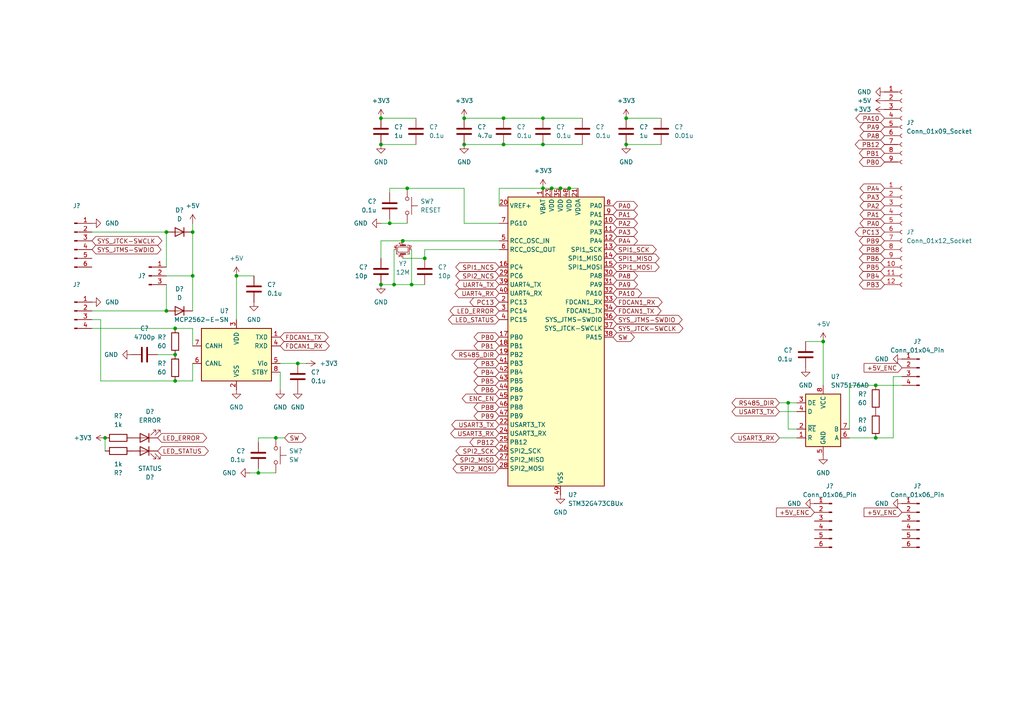
<source format=kicad_sch>
(kicad_sch (version 20231120) (generator "eeschema") (generator_version "8.0")
  (paper "A4")
  (lib_symbols
    (symbol "Connector:Conn_01x03_Pin" (pin_names (offset 1.016) hide)
      (property "Reference" "J" (at 0 5.08 0))
      (property "Value" "Conn_01x03_Pin" (at 0 -5.08 0))
      (symbol "Conn_01x03_Pin_1_1"
        (pin passive line (at 5.08 2.54 180) (length 3.81) (name "Pin_1") (number "1"))
        (pin passive line (at 5.08 0 180) (length 3.81) (name "Pin_2") (number "2"))
        (pin passive line (at 5.08 -2.54 180) (length 3.81) (name "Pin_3") (number "3"))
      )
    )
    (symbol "Connector:Conn_01x04_Pin" (pin_names (offset 1.016) hide)
      (property "Reference" "J" (at 0 5.08 0))
      (property "Value" "Conn_01x04_Pin" (at 0 -7.62 0))
      (symbol "Conn_01x04_Pin_1_1"
        (pin passive line (at 5.08 2.54 180) (length 3.81) (name "Pin_1") (number "1"))
        (pin passive line (at 5.08 0 180) (length 3.81) (name "Pin_2") (number "2"))
        (pin passive line (at 5.08 -2.54 180) (length 3.81) (name "Pin_3") (number "3"))
        (pin passive line (at 5.08 -5.08 180) (length 3.81) (name "Pin_4") (number "4"))
      )
    )
    (symbol "Connector:Conn_01x06_Pin" (pin_names (offset 1.016) hide)
      (property "Reference" "J" (at 0 7.62 0))
      (property "Value" "Conn_01x06_Pin" (at 0 -10.16 0))
      (symbol "Conn_01x06_Pin_1_1"
        (pin passive line (at 5.08 5.08 180) (length 3.81) (name "Pin_1") (number "1"))
        (pin passive line (at 5.08 2.54 180) (length 3.81) (name "Pin_2") (number "2"))
        (pin passive line (at 5.08 0 180) (length 3.81) (name "Pin_3") (number "3"))
        (pin passive line (at 5.08 -2.54 180) (length 3.81) (name "Pin_4") (number "4"))
        (pin passive line (at 5.08 -5.08 180) (length 3.81) (name "Pin_5") (number "5"))
        (pin passive line (at 5.08 -7.62 180) (length 3.81) (name "Pin_6") (number "6"))
      )
    )
    (symbol "Connector:Conn_01x09_Socket" (pin_names (offset 1.016) hide)
      (property "Reference" "J" (at 0 12.7 0))
      (property "Value" "Conn_01x09_Socket" (at 0 -12.7 0))
      (symbol "Conn_01x09_Socket_1_1"
        (pin passive line (at -5.08 10.16 0) (length 3.81) (name "Pin_1") (number "1"))
        (pin passive line (at -5.08 7.62 0) (length 3.81) (name "Pin_2") (number "2"))
        (pin passive line (at -5.08 5.08 0) (length 3.81) (name "Pin_3") (number "3"))
        (pin passive line (at -5.08 2.54 0) (length 3.81) (name "Pin_4") (number "4"))
        (pin passive line (at -5.08 0 0) (length 3.81) (name "Pin_5") (number "5"))
        (pin passive line (at -5.08 -2.54 0) (length 3.81) (name "Pin_6") (number "6"))
        (pin passive line (at -5.08 -5.08 0) (length 3.81) (name "Pin_7") (number "7"))
        (pin passive line (at -5.08 -7.62 0) (length 3.81) (name "Pin_8") (number "8"))
        (pin passive line (at -5.08 -10.16 0) (length 3.81) (name "Pin_9") (number "9"))
      )
    )
    (symbol "Connector:Conn_01x12_Socket" (pin_names (offset 1.016) hide)
      (property "Reference" "J" (at 0 15.24 0))
      (property "Value" "Conn_01x12_Socket" (at 0 -17.78 0))
      (symbol "Conn_01x12_Socket_1_1"
        (pin passive line (at -5.08 12.7 0) (length 3.81) (name "Pin_1") (number "1"))
        (pin passive line (at -5.08 -10.16 0) (length 3.81) (name "Pin_10") (number "10"))
        (pin passive line (at -5.08 -12.7 0) (length 3.81) (name "Pin_11") (number "11"))
        (pin passive line (at -5.08 -15.24 0) (length 3.81) (name "Pin_12") (number "12"))
        (pin passive line (at -5.08 10.16 0) (length 3.81) (name "Pin_2") (number "2"))
        (pin passive line (at -5.08 7.62 0) (length 3.81) (name "Pin_3") (number "3"))
        (pin passive line (at -5.08 5.08 0) (length 3.81) (name "Pin_4") (number "4"))
        (pin passive line (at -5.08 2.54 0) (length 3.81) (name "Pin_5") (number "5"))
        (pin passive line (at -5.08 0 0) (length 3.81) (name "Pin_6") (number "6"))
        (pin passive line (at -5.08 -2.54 0) (length 3.81) (name "Pin_7") (number "7"))
        (pin passive line (at -5.08 -5.08 0) (length 3.81) (name "Pin_8") (number "8"))
        (pin passive line (at -5.08 -7.62 0) (length 3.81) (name "Pin_9") (number "9"))
      )
    )
    (symbol "Device:C" (pin_numbers hide) (pin_names (offset 0.254))
      (property "Reference" "C" (at 0.635 2.54 0))
      (property "Value" "C" (at 0.635 -2.54 0))
      (symbol "C_1_1"
        (pin passive line (at 0 3.81 270) (length 2.794) (name "~") (number "1"))
        (pin passive line (at 0 -3.81 90) (length 2.794) (name "~") (number "2"))
      )
    )
    (symbol "Device:Crystal_GND24_Small" (pin_names (offset 1.016) hide)
      (property "Reference" "Y" (at 1.27 4.445 0))
      (property "Value" "Crystal_GND24_Small" (at 1.27 2.54 0))
      (symbol "Crystal_GND24_Small_1_1"
        (pin passive line (at -2.54 0 0) (length 1.27) (name "1") (number "1"))
        (pin passive line (at 0 -2.54 90) (length 0.635) (name "2") (number "2"))
        (pin passive line (at 2.54 0 180) (length 1.27) (name "3") (number "3"))
        (pin passive line (at 0 2.54 270) (length 0.635) (name "4") (number "4"))
      )
    )
    (symbol "Device:D" (pin_numbers hide) (pin_names (offset 1.016) hide)
      (property "Reference" "D" (at 0 2.54 0))
      (property "Value" "D" (at 0 -2.54 0))
      (symbol "D_1_1"
        (pin passive line (at -3.81 0 0) (length 2.54) (name "K") (number "1"))
        (pin passive line (at 3.81 0 180) (length 2.54) (name "A") (number "2"))
      )
    )
    (symbol "Device:LED" (pin_numbers hide) (pin_names (offset 1.016) hide)
      (property "Reference" "D" (at 0 2.54 0))
      (property "Value" "LED" (at 0 -2.54 0))
      (symbol "LED_1_1"
        (pin passive line (at -3.81 0 0) (length 2.54) (name "K") (number "1"))
        (pin passive line (at 3.81 0 180) (length 2.54) (name "A") (number "2"))
      )
    )
    (symbol "Device:R" (pin_numbers hide) (pin_names (offset 0))
      (property "Reference" "R" (at 2.032 0 90))
      (property "Value" "R" (at 0 0 90))
      (symbol "R_1_1"
        (pin passive line (at 0 3.81 270) (length 1.27) (name "~") (number "1"))
        (pin passive line (at 0 -3.81 90) (length 1.27) (name "~") (number "2"))
      )
    )
    (symbol "Interface_CAN_LIN:MCP2562-E-SN" (pin_names (offset 1.016))
      (property "Reference" "U" (at -10.16 8.89 0))
      (property "Value" "MCP2562-E-SN" (at 2.54 8.89 0))
      (symbol "MCP2562-E-SN_1_1"
        (pin input line (at -12.7 5.08 0) (length 2.54) (name "TXD") (number "1"))
        (pin power_in line (at 0 -10.16 90) (length 2.54) (name "VSS") (number "2"))
        (pin power_in line (at 0 10.16 270) (length 2.54) (name "VDD") (number "3"))
        (pin output line (at -12.7 2.54 0) (length 2.54) (name "RXD") (number "4"))
        (pin power_in line (at -12.7 -2.54 0) (length 2.54) (name "Vio") (number "5"))
        (pin bidirectional line (at 12.7 -2.54 180) (length 2.54) (name "CANL") (number "6"))
        (pin bidirectional line (at 12.7 2.54 180) (length 2.54) (name "CANH") (number "7"))
        (pin input line (at -12.7 -5.08 0) (length 2.54) (name "STBY") (number "8"))
      )
    )
    (symbol "Interface_UART:SN75176AD"
      (property "Reference" "U" (at -4.318 8.89 0))
      (property "Value" "SN75176AD" (at 1.016 8.89 0))
      (symbol "SN75176AD_1_1"
        (pin output line (at -7.62 -5.08 0) (length 2.54) (name "R") (number "1"))
        (pin input line (at -7.62 -2.54 0) (length 2.54) (name "~{RE}") (number "2"))
        (pin input line (at -7.62 5.08 0) (length 2.54) (name "DE") (number "3"))
        (pin input line (at -7.62 2.54 0) (length 2.54) (name "D") (number "4"))
        (pin power_in line (at 0 -10.16 90) (length 2.54) (name "GND") (number "5"))
        (pin bidirectional line (at 7.62 -5.08 180) (length 2.54) (name "A") (number "6"))
        (pin bidirectional line (at 7.62 -2.54 180) (length 2.54) (name "B") (number "7"))
        (pin power_in line (at 0 10.16 270) (length 2.54) (name "VCC") (number "8"))
      )
    )
    (symbol "MCU_ST_STM32G4:STM32G473CBUx"
      (property "Reference" "U" (at -12.7 44.45 0))
      (property "Value" "STM32G473CBUx" (at 10.16 44.45 0))
      (symbol "STM32G473CBUx_1_1"
        (pin power_in line (at -2.54 45.72 270) (length 2.54) (name "VBAT") (number "1"))
        (pin bidirectional line (at 17.78 35.56 180) (length 2.54) (name "PA2") (number "10"))
        (pin bidirectional line (at 17.78 33.02 180) (length 2.54) (name "PA3") (number "11"))
        (pin bidirectional line (at 17.78 30.48 180) (length 2.54) (name "PA4") (number "12"))
        (pin bidirectional line (at 17.78 27.94 180) (length 2.54) (name "PA5") (number "13") (alternate "SPI1_SCK" bidirectional line))
        (pin bidirectional line (at 17.78 25.4 180) (length 2.54) (name "PA6") (number "14") (alternate "SPI1_MISO" bidirectional line))
        (pin bidirectional line (at 17.78 22.86 180) (length 2.54) (name "PA7") (number "15") (alternate "SPI1_MOSI" bidirectional line))
        (pin bidirectional line (at -15.24 22.86 0) (length 2.54) (name "PC4") (number "16"))
        (pin bidirectional line (at -15.24 2.54 0) (length 2.54) (name "PB0") (number "17"))
        (pin bidirectional line (at -15.24 0 0) (length 2.54) (name "PB1") (number "18"))
        (pin bidirectional line (at -15.24 -2.54 0) (length 2.54) (name "PB2") (number "19"))
        (pin bidirectional line (at -15.24 12.7 0) (length 2.54) (name "PC13") (number "2"))
        (pin input line (at -15.24 40.64 0) (length 2.54) (name "VREF+") (number "20"))
        (pin power_in line (at 7.62 45.72 270) (length 2.54) (name "VDDA") (number "21"))
        (pin bidirectional line (at -15.24 -22.86 0) (length 2.54) (name "PB10") (number "22") (alternate "USART3_TX" bidirectional line))
        (pin power_in line (at 0 45.72 270) (length 2.54) (name "VDD") (number "23"))
        (pin bidirectional line (at -15.24 -25.4 0) (length 2.54) (name "PB11") (number "24") (alternate "USART3_RX" bidirectional line))
        (pin bidirectional line (at -15.24 -27.94 0) (length 2.54) (name "PB12") (number "25"))
        (pin bidirectional line (at -15.24 -30.48 0) (length 2.54) (name "PB13") (number "26") (alternate "SPI2_SCK" bidirectional line))
        (pin bidirectional line (at -15.24 -33.02 0) (length 2.54) (name "PB14") (number "27") (alternate "SPI2_MISO" bidirectional line))
        (pin bidirectional line (at -15.24 -35.56 0) (length 2.54) (name "PB15") (number "28") (alternate "SPI2_MOSI" bidirectional line))
        (pin bidirectional line (at -15.24 20.32 0) (length 2.54) (name "PC6") (number "29"))
        (pin bidirectional line (at -15.24 10.16 0) (length 2.54) (name "PC14") (number "3"))
        (pin bidirectional line (at 17.78 20.32 180) (length 2.54) (name "PA8") (number "30"))
        (pin bidirectional line (at 17.78 17.78 180) (length 2.54) (name "PA9") (number "31"))
        (pin bidirectional line (at 17.78 15.24 180) (length 2.54) (name "PA10") (number "32") (alternate "SPI2_MISO" bidirectional line))
        (pin bidirectional line (at 17.78 12.7 180) (length 2.54) (name "PA11") (number "33") (alternate "FDCAN1_RX" bidirectional line) (alternate "SPI2_MOSI" bidirectional line))
        (pin bidirectional line (at 17.78 10.16 180) (length 2.54) (name "PA12") (number "34") (alternate "FDCAN1_TX" bidirectional line))
        (pin power_in line (at 2.54 45.72 270) (length 2.54) (name "VDD") (number "35"))
        (pin bidirectional line (at 17.78 7.62 180) (length 2.54) (name "PA13") (number "36") (alternate "SYS_JTMS-SWDIO" bidirectional line))
        (pin bidirectional line (at 17.78 5.08 180) (length 2.54) (name "PA14") (number "37") (alternate "SYS_JTCK-SWCLK" bidirectional line))
        (pin bidirectional line (at 17.78 2.54 180) (length 2.54) (name "PA15") (number "38"))
        (pin bidirectional line (at -15.24 17.78 0) (length 2.54) (name "PC10") (number "39") (alternate "UART4_TX" bidirectional line) (alternate "USART3_TX" bidirectional line))
        (pin bidirectional line (at -15.24 7.62 0) (length 2.54) (name "PC15") (number "4"))
        (pin bidirectional line (at -15.24 15.24 0) (length 2.54) (name "PC11") (number "40") (alternate "UART4_RX" bidirectional line) (alternate "USART3_RX" bidirectional line))
        (pin bidirectional line (at -15.24 -5.08 0) (length 2.54) (name "PB3") (number "41") (alternate "SPI1_SCK" bidirectional line))
        (pin bidirectional line (at -15.24 -7.62 0) (length 2.54) (name "PB4") (number "42") (alternate "SPI1_MISO" bidirectional line))
        (pin bidirectional line (at -15.24 -10.16 0) (length 2.54) (name "PB5") (number "43") (alternate "SPI1_MOSI" bidirectional line))
        (pin bidirectional line (at -15.24 -12.7 0) (length 2.54) (name "PB6") (number "44"))
        (pin bidirectional line (at -15.24 -15.24 0) (length 2.54) (name "PB7") (number "45"))
        (pin bidirectional line (at -15.24 -17.78 0) (length 2.54) (name "PB8") (number "46") (alternate "FDCAN1_RX" bidirectional line) (alternate "USART3_RX" bidirectional line))
        (pin bidirectional line (at -15.24 -20.32 0) (length 2.54) (name "PB9") (number "47") (alternate "FDCAN1_TX" bidirectional line) (alternate "USART3_TX" bidirectional line))
        (pin power_in line (at 5.08 45.72 270) (length 2.54) (name "VDD") (number "48"))
        (pin power_in line (at 2.54 -43.18 90) (length 2.54) (name "VSS") (number "49"))
        (pin bidirectional line (at -15.24 30.48 0) (length 2.54) (name "PF0") (number "5") (alternate "RCC_OSC_IN" bidirectional line))
        (pin bidirectional line (at -15.24 27.94 0) (length 2.54) (name "PF1") (number "6") (alternate "RCC_OSC_OUT" bidirectional line) (alternate "SPI2_SCK" bidirectional line))
        (pin bidirectional line (at -15.24 35.56 0) (length 2.54) (name "PG10") (number "7"))
        (pin bidirectional line (at 17.78 40.64 180) (length 2.54) (name "PA0") (number "8"))
        (pin bidirectional line (at 17.78 38.1 180) (length 2.54) (name "PA1") (number "9"))
      )
    )
    (symbol "Switch:SW_Push" (pin_numbers hide) (pin_names (offset 1.016) hide)
      (property "Reference" "SW" (at 1.27 2.54 0))
      (property "Value" "SW_Push" (at 0 -1.524 0))
      (symbol "SW_Push_0_1"
        (pin passive line (at -5.08 0 0) (length 2.54) (name "1") (number "1"))
        (pin passive line (at 5.08 0 180) (length 2.54) (name "2") (number "2"))
      )
    )
    (symbol "power:+3V3" (power) (pin_numbers hide) (pin_names (offset 0) hide)
      (property "Value" "+3V3" (at 0 3.556 0))
      (symbol "+3V3_1_1"
        (pin power_in line (at 0 0 90) (length 0) (name "~") (number "1"))
      )
    )
    (symbol "power:+5V" (power) (pin_numbers hide) (pin_names (offset 0) hide)
      (property "Value" "+5V" (at 0 3.556 0))
      (symbol "+5V_1_1"
        (pin power_in line (at 0 0 90) (length 0) (name "~") (number "1"))
      )
    )
    (symbol "power:GND" (power) (pin_numbers hide) (pin_names (offset 0) hide)
      (property "Value" "GND" (at 0 -3.81 0))
      (symbol "GND_1_1"
        (pin power_in line (at 0 0 270) (length 0) (name "~") (number "1"))
      )
    )
  )
  (junction (at 165.1 54.61))
  (junction (at 157.48 34.29))
  (junction (at 50.8 102.87))
  (junction (at 123.19 74.93))
  (junction (at 160.02 54.61))
  (junction (at 254 127))
  (junction (at 157.48 54.61))
  (junction (at 55.88 80.01))
  (junction (at 181.61 41.91))
  (junction (at 110.49 41.91))
  (junction (at 146.05 34.29))
  (junction (at 50.8 95.25))
  (junction (at 114.3 82.55))
  (junction (at 146.05 41.91))
  (junction (at 238.76 99.06))
  (junction (at 119.38 82.55))
  (junction (at 110.49 82.55))
  (junction (at 134.62 34.29))
  (junction (at 134.62 41.91))
  (junction (at 113.03 64.77))
  (junction (at 157.48 41.91))
  (junction (at 118.11 54.61))
  (junction (at 50.8 110.49))
  (junction (at 86.36 105.41))
  (junction (at 30.48 127))
  (junction (at 254 111.76))
  (junction (at 116.84 69.85))
  (junction (at 228.6 116.84))
  (junction (at 68.58 80.01))
  (junction (at 181.61 34.29))
  (junction (at 110.49 34.29))
  (junction (at 55.88 67.31))
  (junction (at 80.01 127))
  (junction (at 162.56 54.61))
  (junction (at 48.26 67.31))
  (junction (at 74.93 137.16))
  (junction (at 48.26 90.17))
  (wire (pts (xy 246.38 127) (xy 254 127)))
  (wire (pts (xy 157.48 34.29) (xy 168.91 34.29)))
  (wire (pts (xy 134.62 41.91) (xy 146.05 41.91)))
  (wire (pts (xy 113.03 63.5) (xy 113.03 64.77)))
  (wire (pts (xy 114.3 72.39) (xy 114.3 82.55)))
  (wire (pts (xy 231.14 124.46) (xy 228.6 124.46)))
  (wire (pts (xy 181.61 41.91) (xy 191.77 41.91)))
  (wire (pts (xy 119.38 82.55) (xy 123.19 82.55)))
  (wire (pts (xy 226.06 116.84) (xy 228.6 116.84)))
  (wire (pts (xy 110.49 74.93) (xy 110.49 69.85)))
  (wire (pts (xy 81.28 113.03) (xy 81.28 107.95)))
  (wire (pts (xy 254 111.76) (xy 261.62 111.76)))
  (wire (pts (xy 74.93 128.27) (xy 74.93 127)))
  (wire (pts (xy 157.48 54.61) (xy 160.02 54.61)))
  (wire (pts (xy 116.84 69.85) (xy 144.78 69.85)))
  (wire (pts (xy 55.88 110.49) (xy 50.8 110.49)))
  (wire (pts (xy 181.61 34.29) (xy 191.77 34.29)))
  (wire (pts (xy 259.08 127) (xy 259.08 109.22)))
  (wire (pts (xy 233.68 99.06) (xy 238.76 99.06)))
  (wire (pts (xy 48.26 82.55) (xy 48.26 90.17)))
  (wire (pts (xy 113.03 64.77) (xy 118.11 64.77)))
  (wire (pts (xy 80.01 127) (xy 82.55 127)))
  (wire (pts (xy 29.21 110.49) (xy 29.21 92.71)))
  (wire (pts (xy 55.88 105.41) (xy 55.88 110.49)))
  (wire (pts (xy 246.38 124.46) (xy 246.38 111.76)))
  (wire (pts (xy 110.49 41.91) (xy 120.65 41.91)))
  (wire (pts (xy 119.38 72.39) (xy 119.38 82.55)))
  (wire (pts (xy 55.88 95.25) (xy 50.8 95.25)))
  (wire (pts (xy 144.78 54.61) (xy 157.48 54.61)))
  (wire (pts (xy 228.6 116.84) (xy 231.14 116.84)))
  (wire (pts (xy 74.93 137.16) (xy 80.01 137.16)))
  (wire (pts (xy 72.39 137.16) (xy 74.93 137.16)))
  (wire (pts (xy 110.49 64.77) (xy 113.03 64.77)))
  (wire (pts (xy 68.58 80.01) (xy 68.58 92.71)))
  (wire (pts (xy 123.19 72.39) (xy 123.19 74.93)))
  (wire (pts (xy 238.76 99.06) (xy 238.76 111.76)))
  (wire (pts (xy 162.56 54.61) (xy 165.1 54.61)))
  (wire (pts (xy 30.48 127) (xy 30.48 130.81)))
  (wire (pts (xy 55.88 80.01) (xy 55.88 90.17)))
  (wire (pts (xy 88.9 105.41) (xy 86.36 105.41)))
  (wire (pts (xy 113.03 54.61) (xy 118.11 54.61)))
  (wire (pts (xy 55.88 64.77) (xy 55.88 67.31)))
  (wire (pts (xy 118.11 54.61) (xy 134.62 54.61)))
  (wire (pts (xy 160.02 54.61) (xy 162.56 54.61)))
  (wire (pts (xy 110.49 69.85) (xy 116.84 69.85)))
  (wire (pts (xy 55.88 100.33) (xy 55.88 95.25)))
  (wire (pts (xy 50.8 110.49) (xy 29.21 110.49)))
  (wire (pts (xy 157.48 41.91) (xy 168.91 41.91)))
  (wire (pts (xy 55.88 67.31) (xy 55.88 80.01)))
  (wire (pts (xy 134.62 34.29) (xy 146.05 34.29)))
  (wire (pts (xy 226.06 119.38) (xy 231.14 119.38)))
  (wire (pts (xy 74.93 135.89) (xy 74.93 137.16)))
  (wire (pts (xy 144.78 64.77) (xy 134.62 64.77)))
  (wire (pts (xy 146.05 34.29) (xy 157.48 34.29)))
  (wire (pts (xy 123.19 72.39) (xy 144.78 72.39)))
  (wire (pts (xy 165.1 54.61) (xy 167.64 54.61)))
  (wire (pts (xy 48.26 67.31) (xy 26.67 67.31)))
  (wire (pts (xy 50.8 102.87) (xy 45.72 102.87)))
  (wire (pts (xy 259.08 109.22) (xy 261.62 109.22)))
  (wire (pts (xy 55.88 80.01) (xy 48.26 80.01)))
  (wire (pts (xy 146.05 41.91) (xy 157.48 41.91)))
  (wire (pts (xy 144.78 59.69) (xy 144.78 54.61)))
  (wire (pts (xy 110.49 82.55) (xy 114.3 82.55)))
  (wire (pts (xy 50.8 95.25) (xy 26.67 95.25)))
  (wire (pts (xy 74.93 127) (xy 80.01 127)))
  (wire (pts (xy 48.26 67.31) (xy 48.26 77.47)))
  (wire (pts (xy 116.84 74.93) (xy 123.19 74.93)))
  (wire (pts (xy 226.06 127) (xy 231.14 127)))
  (wire (pts (xy 86.36 105.41) (xy 81.28 105.41)))
  (wire (pts (xy 110.49 34.29) (xy 120.65 34.29)))
  (wire (pts (xy 48.26 90.17) (xy 26.67 90.17)))
  (wire (pts (xy 113.03 55.88) (xy 113.03 54.61)))
  (wire (pts (xy 114.3 82.55) (xy 119.38 82.55)))
  (wire (pts (xy 29.21 92.71) (xy 26.67 92.71)))
  (wire (pts (xy 134.62 64.77) (xy 134.62 54.61)))
  (wire (pts (xy 73.66 80.01) (xy 68.58 80.01)))
  (wire (pts (xy 246.38 111.76) (xy 254 111.76)))
  (wire (pts (xy 254 127) (xy 259.08 127)))
  (wire (pts (xy 228.6 124.46) (xy 228.6 116.84)))
  (global_label "PB0" (shape bidirectional) (at 144.78 97.79 180) (property "Intersheetrefs" "${INTERSHEET_REFS}" (effects (hide yes))))
  (global_label "SYS_JTCK-SWCLK" (shape bidirectional) (at 26.67 69.85 0) (property "Intersheetrefs" "${INTERSHEET_REFS}" (effects (hide yes))))
  (global_label "LED_STATUS" (shape bidirectional) (at 144.78 92.71 180) (property "Intersheetrefs" "${INTERSHEET_REFS}" (effects (hide yes))))
  (global_label "PB5" (shape bidirectional) (at 256.54 77.47 180) (property "Intersheetrefs" "${INTERSHEET_REFS}" (effects (hide yes))))
  (global_label "PB9" (shape bidirectional) (at 144.78 120.65 180) (property "Intersheetrefs" "${INTERSHEET_REFS}" (effects (hide yes))))
  (global_label "PB6" (shape bidirectional) (at 256.54 74.93 180) (property "Intersheetrefs" "${INTERSHEET_REFS}" (effects (hide yes))))
  (global_label "SPI1_SCK" (shape bidirectional) (at 177.8 72.39 0) (property "Intersheetrefs" "${INTERSHEET_REFS}" (effects (hide yes))))
  (global_label "SPI2_NCS" (shape bidirectional) (at 144.78 80.01 180) (property "Intersheetrefs" "${INTERSHEET_REFS}" (effects (hide yes))))
  (global_label "FDCAN1_TX" (shape bidirectional) (at 177.8 90.17 0) (property "Intersheetrefs" "${INTERSHEET_REFS}" (effects (hide yes))))
  (global_label "PB9" (shape bidirectional) (at 256.54 69.85 180) (property "Intersheetrefs" "${INTERSHEET_REFS}" (effects (hide yes))))
  (global_label "FDCAN1_RX" (shape bidirectional) (at 81.28 100.33 0) (property "Intersheetrefs" "${INTERSHEET_REFS}" (effects (hide yes))))
  (global_label "+5V_ENC" (shape input) (at 236.22 148.59 180) (property "Intersheetrefs" "${INTERSHEET_REFS}" (effects (hide yes))))
  (global_label "PA0" (shape bidirectional) (at 256.54 64.77 180) (property "Intersheetrefs" "${INTERSHEET_REFS}" (effects (hide yes))))
  (global_label "USART3_RX" (shape bidirectional) (at 144.78 125.73 180) (property "Intersheetrefs" "${INTERSHEET_REFS}" (effects (hide yes))))
  (global_label "ENC_EN" (shape bidirectional) (at 144.78 115.57 180) (property "Intersheetrefs" "${INTERSHEET_REFS}" (effects (hide yes))))
  (global_label "PA3" (shape bidirectional) (at 256.54 57.15 180) (property "Intersheetrefs" "${INTERSHEET_REFS}" (effects (hide yes))))
  (global_label "PA1" (shape bidirectional) (at 256.54 62.23 180) (property "Intersheetrefs" "${INTERSHEET_REFS}" (effects (hide yes))))
  (global_label "LED_ERROR" (shape bidirectional) (at 45.72 127 0) (property "Intersheetrefs" "${INTERSHEET_REFS}" (effects (hide yes))))
  (global_label "SPI1_MOSI" (shape bidirectional) (at 177.8 77.47 0) (property "Intersheetrefs" "${INTERSHEET_REFS}" (effects (hide yes))))
  (global_label "PB6" (shape bidirectional) (at 144.78 113.03 180) (property "Intersheetrefs" "${INTERSHEET_REFS}" (effects (hide yes))))
  (global_label "LED_ERROR" (shape bidirectional) (at 144.78 90.17 180) (property "Intersheetrefs" "${INTERSHEET_REFS}" (effects (hide yes))))
  (global_label "PB1" (shape bidirectional) (at 256.54 44.45 180) (property "Intersheetrefs" "${INTERSHEET_REFS}" (effects (hide yes))))
  (global_label "USART3_TX" (shape bidirectional) (at 226.06 119.38 180) (property "Intersheetrefs" "${INTERSHEET_REFS}" (effects (hide yes))))
  (global_label "SYS_JTCK-SWCLK" (shape bidirectional) (at 177.8 95.25 0) (property "Intersheetrefs" "${INTERSHEET_REFS}" (effects (hide yes))))
  (global_label "PB8" (shape bidirectional) (at 256.54 72.39 180) (property "Intersheetrefs" "${INTERSHEET_REFS}" (effects (hide yes))))
  (global_label "PA10" (shape bidirectional) (at 177.8 85.09 0) (property "Intersheetrefs" "${INTERSHEET_REFS}" (effects (hide yes))))
  (global_label "PA4" (shape bidirectional) (at 177.8 69.85 0) (property "Intersheetrefs" "${INTERSHEET_REFS}" (effects (hide yes))))
  (global_label "UART4_RX" (shape bidirectional) (at 144.78 85.09 180) (property "Intersheetrefs" "${INTERSHEET_REFS}" (effects (hide yes))))
  (global_label "PA9" (shape bidirectional) (at 177.8 82.55 0) (property "Intersheetrefs" "${INTERSHEET_REFS}" (effects (hide yes))))
  (global_label "PA2" (shape bidirectional) (at 177.8 64.77 0) (property "Intersheetrefs" "${INTERSHEET_REFS}" (effects (hide yes))))
  (global_label "PA10" (shape bidirectional) (at 256.54 34.29 180) (property "Intersheetrefs" "${INTERSHEET_REFS}" (effects (hide yes))))
  (global_label "PA0" (shape bidirectional) (at 177.8 59.69 0) (property "Intersheetrefs" "${INTERSHEET_REFS}" (effects (hide yes))))
  (global_label "+5V_ENC" (shape input) (at 261.62 148.59 180) (property "Intersheetrefs" "${INTERSHEET_REFS}" (effects (hide yes))))
  (global_label "SPI2_MOSI" (shape bidirectional) (at 144.78 135.89 180) (property "Intersheetrefs" "${INTERSHEET_REFS}" (effects (hide yes))))
  (global_label "PB4" (shape bidirectional) (at 256.54 80.01 180) (property "Intersheetrefs" "${INTERSHEET_REFS}" (effects (hide yes))))
  (global_label "RS485_DIR" (shape bidirectional) (at 144.78 102.87 180) (property "Intersheetrefs" "${INTERSHEET_REFS}" (effects (hide yes))))
  (global_label "USART3_RX" (shape bidirectional) (at 226.06 127 180) (property "Intersheetrefs" "${INTERSHEET_REFS}" (effects (hide yes))))
  (global_label "SPI2_MISO" (shape bidirectional) (at 144.78 133.35 180) (property "Intersheetrefs" "${INTERSHEET_REFS}" (effects (hide yes))))
  (global_label "PA1" (shape bidirectional) (at 177.8 62.23 0) (property "Intersheetrefs" "${INTERSHEET_REFS}" (effects (hide yes))))
  (global_label "PC13" (shape bidirectional) (at 144.78 87.63 180) (property "Intersheetrefs" "${INTERSHEET_REFS}" (effects (hide yes))))
  (global_label "SW" (shape bidirectional) (at 82.55 127 0) (property "Intersheetrefs" "${INTERSHEET_REFS}" (effects (hide yes))))
  (global_label "PA3" (shape bidirectional) (at 177.8 67.31 0) (property "Intersheetrefs" "${INTERSHEET_REFS}" (effects (hide yes))))
  (global_label "SYS_JTMS-SWDIO" (shape bidirectional) (at 177.8 92.71 0) (property "Intersheetrefs" "${INTERSHEET_REFS}" (effects (hide yes))))
  (global_label "PB1" (shape bidirectional) (at 144.78 100.33 180) (property "Intersheetrefs" "${INTERSHEET_REFS}" (effects (hide yes))))
  (global_label "RS485_DIR" (shape bidirectional) (at 226.06 116.84 180) (property "Intersheetrefs" "${INTERSHEET_REFS}" (effects (hide yes))))
  (global_label "FDCAN1_RX" (shape bidirectional) (at 177.8 87.63 0) (property "Intersheetrefs" "${INTERSHEET_REFS}" (effects (hide yes))))
  (global_label "PA8" (shape bidirectional) (at 177.8 80.01 0) (property "Intersheetrefs" "${INTERSHEET_REFS}" (effects (hide yes))))
  (global_label "USART3_TX" (shape bidirectional) (at 144.78 123.19 180) (property "Intersheetrefs" "${INTERSHEET_REFS}" (effects (hide yes))))
  (global_label "UART4_TX" (shape bidirectional) (at 144.78 82.55 180) (property "Intersheetrefs" "${INTERSHEET_REFS}" (effects (hide yes))))
  (global_label "PB0" (shape bidirectional) (at 256.54 46.99 180) (property "Intersheetrefs" "${INTERSHEET_REFS}" (effects (hide yes))))
  (global_label "PA2" (shape bidirectional) (at 256.54 59.69 180) (property "Intersheetrefs" "${INTERSHEET_REFS}" (effects (hide yes))))
  (global_label "SPI1_NCS" (shape bidirectional) (at 144.78 77.47 180) (property "Intersheetrefs" "${INTERSHEET_REFS}" (effects (hide yes))))
  (global_label "PC13" (shape bidirectional) (at 256.54 67.31 180) (property "Intersheetrefs" "${INTERSHEET_REFS}" (effects (hide yes))))
  (global_label "PB8" (shape bidirectional) (at 144.78 118.11 180) (property "Intersheetrefs" "${INTERSHEET_REFS}" (effects (hide yes))))
  (global_label "PB5" (shape bidirectional) (at 144.78 110.49 180) (property "Intersheetrefs" "${INTERSHEET_REFS}" (effects (hide yes))))
  (global_label "SPI2_SCK" (shape bidirectional) (at 144.78 130.81 180) (property "Intersheetrefs" "${INTERSHEET_REFS}" (effects (hide yes))))
  (global_label "PB4" (shape bidirectional) (at 144.78 107.95 180) (property "Intersheetrefs" "${INTERSHEET_REFS}" (effects (hide yes))))
  (global_label "PA4" (shape bidirectional) (at 256.54 54.61 180) (property "Intersheetrefs" "${INTERSHEET_REFS}" (effects (hide yes))))
  (global_label "SYS_JTMS-SWDIO" (shape bidirectional) (at 26.67 72.39 0) (property "Intersheetrefs" "${INTERSHEET_REFS}" (effects (hide yes))))
  (global_label "SPI1_MISO" (shape bidirectional) (at 177.8 74.93 0) (property "Intersheetrefs" "${INTERSHEET_REFS}" (effects (hide yes))))
  (global_label "PB3" (shape bidirectional) (at 144.78 105.41 180) (property "Intersheetrefs" "${INTERSHEET_REFS}" (effects (hide yes))))
  (global_label "PB12" (shape bidirectional) (at 256.54 41.91 180) (property "Intersheetrefs" "${INTERSHEET_REFS}" (effects (hide yes))))
  (global_label "PA9" (shape bidirectional) (at 256.54 36.83 180) (property "Intersheetrefs" "${INTERSHEET_REFS}" (effects (hide yes))))
  (global_label "PB3" (shape bidirectional) (at 256.54 82.55 180) (property "Intersheetrefs" "${INTERSHEET_REFS}" (effects (hide yes))))
  (global_label "SW" (shape bidirectional) (at 177.8 97.79 0) (property "Intersheetrefs" "${INTERSHEET_REFS}" (effects (hide yes))))
  (global_label "LED_STATUS" (shape bidirectional) (at 45.72 130.81 0) (property "Intersheetrefs" "${INTERSHEET_REFS}" (effects (hide yes))))
  (global_label "+5V_ENC" (shape input) (at 261.62 106.68 180) (property "Intersheetrefs" "${INTERSHEET_REFS}" (effects (hide yes))))
  (global_label "PB12" (shape bidirectional) (at 144.78 128.27 180) (property "Intersheetrefs" "${INTERSHEET_REFS}" (effects (hide yes))))
  (global_label "FDCAN1_TX" (shape bidirectional) (at 81.28 97.79 0) (property "Intersheetrefs" "${INTERSHEET_REFS}" (effects (hide yes))))
  (global_label "PA8" (shape bidirectional) (at 256.54 39.37 180) (property "Intersheetrefs" "${INTERSHEET_REFS}" (effects (hide yes))))
  (symbol (lib_id "power:GND") (at 110.49 41.91 0) (unit 1)
    (property "Reference" "#PWR?" (effects (hide yes)))
    (property "Value" "GND" (at 110.49 46.99 0))
    (property "Description" "Power symbol creates a global label with name \"GND\" , ground" (effects (hide yes)))
  )
  (symbol (lib_id "Switch:SW_Push") (at 118.11 59.69 270) (unit 1)
    (property "Reference" "SW?" (at 121.92 58.4199 90) (effects (justify left)))
    (property "Value" "RESET" (at 121.92 60.9599 90) (effects (justify left)))
    (property "Footprint" "Button_Switch_SMD:SW_Push_1P1T_NO_6x6mm_H9.5mm" (effects (hide yes)))
    (property "Description" "Push button switch, generic, two pins" (effects (hide yes)))
  )
  (symbol (lib_id "power:+3V3") (at 157.48 54.61 0) (unit 1)
    (property "Reference" "#PWR?" (effects (hide yes)))
    (property "Value" "+3V3" (at 157.48 49.53 0))
    (property "Description" "Power symbol creates a global label with name \"+3V3\"" (effects (hide yes)))
  )
  (symbol (lib_id "Interface_CAN_LIN:MCP2562-E-SN") (at 68.58 102.87 0) (mirror y) (unit 1)
    (property "Reference" "U?" (at 66.3859 90.17 0) (effects (justify left)))
    (property "Value" "MCP2562-E-SN" (at 66.3859 92.71 0) (effects (justify left)))
    (property "Footprint" "Package_SO:SOIC-8_3.9x4.9mm_P1.27mm" (effects (hide yes)))
    (property "Datasheet" "http://ww1.microchip.com/downloads/en/DeviceDoc/25167A.pdf" (effects (hide yes)))
    (property "Description" "High-Speed CAN Transceiver, 1Mbps, 5V supply, Vio pin, -40C to +125C, SOIC-8" (effects (hide yes)))
  )
  (symbol (lib_id "power:GND") (at 38.1 102.87 270) (mirror x) (unit 1)
    (property "Reference" "#PWR08" (effects (hide yes)))
    (property "Value" "GND" (at 34.29 102.8699 90) (effects (justify right)))
    (property "Description" "Power symbol creates a global label with name \"GND\" , ground" (effects (hide yes)))
  )
  (symbol (lib_id "Device:R") (at 34.29 130.81 90) (mirror x) (unit 1)
    (property "Reference" "R?" (at 34.29 137.16 90))
    (property "Value" "1k" (at 34.29 134.62 90))
    (property "Footprint" "Resistor_SMD:R_0603_1608Metric" (effects (hide yes)))
    (property "Description" "Resistor" (effects (hide yes)))
  )
  (symbol (lib_id "Device:LED") (at 41.91 127 180) (unit 1)
    (property "Reference" "D?" (at 43.4975 119.38 0))
    (property "Value" "ERROR" (at 43.4975 121.92 0))
    (property "Footprint" "LED_SMD:LED_0603_1608Metric" (effects (hide yes)))
    (property "Description" "Light emitting diode" (effects (hide yes)))
  )
  (symbol (lib_id "power:GND") (at 236.22 146.05 270) (unit 1)
    (property "Reference" "#PWR017" (effects (hide yes)))
    (property "Value" "GND" (at 232.41 146.0499 90) (effects (justify right)))
    (property "Description" "Power symbol creates a global label with name \"GND\" , ground" (effects (hide yes)))
  )
  (symbol (lib_id "power:GND") (at 68.58 113.03 0) (mirror y) (unit 1)
    (property "Reference" "#PWR02" (effects (hide yes)))
    (property "Value" "GND" (at 68.58 118.11 0))
    (property "Description" "Power symbol creates a global label with name \"GND\" , ground" (effects (hide yes)))
  )
  (symbol (lib_id "Connector:Conn_01x04_Pin") (at 266.7 106.68 0) (mirror y) (unit 1)
    (property "Reference" "J?" (at 266.065 99.06 0))
    (property "Value" "Conn_01x04_Pin" (at 266.065 101.6 0))
    (property "Footprint" "Connector_PinHeader_2.54mm:PinHeader_1x04_P2.54mm_Horizontal" (effects (hide yes)))
    (property "Description" "Generic connector, single row, 01x04, script generated" (effects (hide yes)))
  )
  (symbol (lib_id "Device:C") (at 120.65 38.1 0) (unit 1)
    (property "Reference" "C?" (at 124.46 36.8299 0) (effects (justify left)))
    (property "Value" "0.1u" (at 124.46 39.3699 0) (effects (justify left)))
    (property "Footprint" "Capacitor_SMD:C_0603_1608Metric" (effects (hide yes)))
    (property "Description" "Unpolarized capacitor" (effects (hide yes)))
  )
  (symbol (lib_id "Device:C") (at 110.49 38.1 0) (unit 1)
    (property "Reference" "C?" (at 114.3 36.8299 0) (effects (justify left)))
    (property "Value" "1u" (at 114.3 39.3699 0) (effects (justify left)))
    (property "Footprint" "Capacitor_SMD:C_0603_1608Metric" (effects (hide yes)))
    (property "Description" "Unpolarized capacitor" (effects (hide yes)))
  )
  (symbol (lib_id "power:GND") (at 134.62 41.91 0) (unit 1)
    (property "Reference" "#PWR?" (effects (hide yes)))
    (property "Value" "GND" (at 134.62 46.99 0))
    (property "Description" "Power symbol creates a global label with name \"GND\" , ground" (effects (hide yes)))
  )
  (symbol (lib_id "Device:C") (at 157.48 38.1 0) (unit 1)
    (property "Reference" "C?" (at 161.29 36.8299 0) (effects (justify left)))
    (property "Value" "0.1u" (at 161.29 39.3699 0) (effects (justify left)))
    (property "Footprint" "Capacitor_SMD:C_0603_1608Metric" (effects (hide yes)))
    (property "Description" "Unpolarized capacitor" (effects (hide yes)))
  )
  (symbol (lib_id "Device:C") (at 110.49 78.74 0) (mirror y) (unit 1)
    (property "Reference" "C?" (at 106.68 77.4699 0) (effects (justify left)))
    (property "Value" "10p" (at 106.68 80.0099 0) (effects (justify left)))
    (property "Footprint" "Capacitor_SMD:C_0603_1608Metric" (effects (hide yes)))
    (property "Description" "Unpolarized capacitor" (effects (hide yes)))
  )
  (symbol (lib_id "power:GND") (at 162.56 143.51 0) (unit 1)
    (property "Reference" "#PWR?" (effects (hide yes)))
    (property "Value" "GND" (at 162.56 148.59 0))
    (property "Description" "Power symbol creates a global label with name \"GND\" , ground" (effects (hide yes)))
  )
  (symbol (lib_id "power:GND") (at 110.49 64.77 270) (unit 1)
    (property "Reference" "#PWR?" (effects (hide yes)))
    (property "Value" "GND" (at 106.68 64.7699 90) (effects (justify right)))
    (property "Description" "Power symbol creates a global label with name \"GND\" , ground" (effects (hide yes)))
  )
  (symbol (lib_id "Interface_UART:SN75176AD") (at 238.76 121.92 0) (unit 1)
    (property "Reference" "U?" (at 240.9541 109.22 0) (effects (justify left)))
    (property "Value" "SN75176AD" (at 240.9541 111.76 0) (effects (justify left)))
    (property "Footprint" "Package_SO:SOIC-8_3.9x4.9mm_P1.27mm" (effects (hide yes)))
    (property "Datasheet" "http://www.ti.com/lit/ds/symlink/sn75176a.pdf" (effects (hide yes)))
    (property "Description" "Differential RS-422/RS-485 bus transceiver, SOIC-8" (effects (hide yes)))
  )
  (symbol (lib_id "Device:Crystal_GND24_Small") (at 116.84 72.39 90) (mirror x) (unit 1)
    (property "Reference" "Y?" (at 116.84 76.454 90))
    (property "Value" "12M" (at 116.84 78.994 90))
    (property "Footprint" "Crystal:Crystal_SMD_3225-4Pin_3.2x2.5mm" (effects (hide yes)))
    (property "Description" "Four pin crystal, GND on pins 2 and 4, small symbol" (effects (hide yes)))
  )
  (symbol (lib_id "Switch:SW_Push") (at 80.01 132.08 270) (unit 1)
    (property "Reference" "SW?" (at 83.82 130.8099 90) (effects (justify left)))
    (property "Value" "SW" (at 83.82 133.3499 90) (effects (justify left)))
    (property "Footprint" "Button_Switch_SMD:SW_Push_1P1T_NO_6x6mm_H9.5mm" (effects (hide yes)))
    (property "Description" "Push button switch, generic, two pins" (effects (hide yes)))
  )
  (symbol (lib_id "Device:C") (at 191.77 38.1 0) (unit 1)
    (property "Reference" "C?" (at 195.58 36.8299 0) (effects (justify left)))
    (property "Value" "0.01u" (at 195.58 39.3699 0) (effects (justify left)))
    (property "Footprint" "Capacitor_SMD:C_0603_1608Metric" (effects (hide yes)))
    (property "Description" "Unpolarized capacitor" (effects (hide yes)))
  )
  (symbol (lib_id "Device:C") (at 134.62 38.1 0) (unit 1)
    (property "Reference" "C?" (at 138.43 36.8299 0) (effects (justify left)))
    (property "Value" "4.7u" (at 138.43 39.3699 0) (effects (justify left)))
    (property "Footprint" "Capacitor_SMD:C_0603_1608Metric" (effects (hide yes)))
    (property "Description" "Unpolarized capacitor" (effects (hide yes)))
  )
  (symbol (lib_id "power:GND") (at 86.36 113.03 0) (mirror y) (unit 1)
    (property "Reference" "#PWR07" (effects (hide yes)))
    (property "Value" "GND" (at 86.36 118.11 0))
    (property "Description" "Power symbol creates a global label with name \"GND\" , ground" (effects (hide yes)))
  )
  (symbol (lib_id "power:GND") (at 261.62 104.14 270) (unit 1)
    (property "Reference" "#PWR014" (effects (hide yes)))
    (property "Value" "GND" (at 257.81 104.1399 90) (effects (justify right)))
    (property "Description" "Power symbol creates a global label with name \"GND\" , ground" (effects (hide yes)))
  )
  (symbol (lib_id "power:+3V3") (at 134.62 34.29 0) (unit 1)
    (property "Reference" "#PWR?" (effects (hide yes)))
    (property "Value" "+3V3" (at 134.62 29.21 0))
    (property "Description" "Power symbol creates a global label with name \"+3V3\"" (effects (hide yes)))
  )
  (symbol (lib_id "Device:R") (at 34.29 127 90) (unit 1)
    (property "Reference" "R?" (at 34.29 120.65 90))
    (property "Value" "1k" (at 34.29 123.19 90))
    (property "Footprint" "Resistor_SMD:R_0603_1608Metric" (effects (hide yes)))
    (property "Description" "Resistor" (effects (hide yes)))
  )
  (symbol (lib_id "Device:LED") (at 41.91 130.81 0) (mirror y) (unit 1)
    (property "Reference" "D?" (at 43.4975 138.43 0))
    (property "Value" "STATUS" (at 43.4975 135.89 0))
    (property "Footprint" "LED_SMD:LED_0603_1608Metric" (effects (hide yes)))
    (property "Description" "Light emitting diode" (effects (hide yes)))
  )
  (symbol (lib_id "MCU_ST_STM32G4:STM32G473CBUx") (at 160.02 100.33 0) (unit 1)
    (property "Reference" "U?" (at 164.7541 143.51 0) (effects (justify left)))
    (property "Value" "STM32G473CBUx" (at 164.7541 146.05 0) (effects (justify left)))
    (property "Footprint" "Package_DFN_QFN:QFN-48-1EP_7x7mm_P0.5mm_EP5.6x5.6mm" (effects (hide yes)))
    (property "Datasheet" "https://www.st.com/resource/en/datasheet/stm32g473cb.pdf" (effects (hide yes)))
    (property "Description" "STMicroelectronics Arm Cortex-M4 MCU, 128KB flash, 128KB RAM, 170 MHz, 1.71-3.6V, 42 GPIO, UFQFPN48" (effects (hide yes)))
    (pin "15" (alternate "SPI1_MOSI"))
    (pin "13" (alternate "SPI1_SCK"))
    (pin "24" (alternate "USART3_RX"))
    (pin "22" (alternate "USART3_TX"))
    (pin "28" (alternate "SPI2_MOSI"))
    (pin "34" (alternate "FDCAN1_TX"))
    (pin "27" (alternate "SPI2_MISO"))
    (pin "40" (alternate "UART4_RX"))
    (pin "36" (alternate "SYS_JTMS-SWDIO"))
    (pin "5" (alternate "RCC_OSC_IN"))
    (pin "26" (alternate "SPI2_SCK"))
    (pin "14" (alternate "SPI1_MISO"))
    (pin "33" (alternate "FDCAN1_RX"))
    (pin "37" (alternate "SYS_JTCK-SWCLK"))
    (pin "39" (alternate "UART4_TX"))
    (pin "6" (alternate "RCC_OSC_OUT"))
  )
  (symbol (lib_id "power:GND") (at 26.67 64.77 90) (mirror x) (unit 1)
    (property "Reference" "#PWR015" (effects (hide yes)))
    (property "Value" "GND" (at 30.48 64.7699 90) (effects (justify right)))
    (property "Description" "Power symbol creates a global label with name \"GND\" , ground" (effects (hide yes)))
  )
  (symbol (lib_id "power:GND") (at 181.61 41.91 0) (unit 1)
    (property "Reference" "#PWR?" (effects (hide yes)))
    (property "Value" "GND" (at 181.61 46.99 0))
    (property "Description" "Power symbol creates a global label with name \"GND\" , ground" (effects (hide yes)))
  )
  (symbol (lib_id "power:GND") (at 110.49 82.55 0) (unit 1)
    (property "Reference" "#PWR?" (effects (hide yes)))
    (property "Value" "GND" (at 110.49 87.63 0))
    (property "Description" "Power symbol creates a global label with name \"GND\" , ground" (effects (hide yes)))
  )
  (symbol (lib_id "power:+5V") (at 256.54 29.21 90) (unit 1)
    (property "Reference" "#PWR020" (effects (hide yes)))
    (property "Value" "+5V" (at 252.73 29.2099 90) (effects (justify left)))
    (property "Description" "Power symbol creates a global label with name \"+5V\"" (effects (hide yes)))
  )
  (symbol (lib_id "Device:C") (at 86.36 109.22 0) (unit 1)
    (property "Reference" "C?" (at 90.17 107.9499 0) (effects (justify left)))
    (property "Value" "0.1u" (at 90.17 110.4899 0) (effects (justify left)))
    (property "Footprint" "Capacitor_SMD:C_0603_1608Metric" (effects (hide yes)))
    (property "Description" "Unpolarized capacitor" (effects (hide yes)))
  )
  (symbol (lib_id "power:+5V") (at 55.88 64.77 0) (mirror y) (unit 1)
    (property "Reference" "#PWR018" (effects (hide yes)))
    (property "Value" "+5V" (at 55.88 59.69 0))
    (property "Description" "Power symbol creates a global label with name \"+5V\"" (effects (hide yes)))
  )
  (symbol (lib_id "Device:R") (at 50.8 106.68 0) (mirror y) (unit 1)
    (property "Reference" "R?" (at 48.26 105.4099 0) (effects (justify left)))
    (property "Value" "60" (at 48.26 107.9499 0) (effects (justify left)))
    (property "Footprint" "Resistor_SMD:R_0603_1608Metric" (effects (hide yes)))
    (property "Description" "Resistor" (effects (hide yes)))
  )
  (symbol (lib_id "Device:C") (at 74.93 132.08 0) (mirror y) (unit 1)
    (property "Reference" "C?" (at 71.12 130.8099 0) (effects (justify left)))
    (property "Value" "0.1u" (at 71.12 133.3499 0) (effects (justify left)))
    (property "Footprint" "Capacitor_SMD:C_0603_1608Metric" (effects (hide yes)))
    (property "Description" "Unpolarized capacitor" (effects (hide yes)))
  )
  (symbol (lib_id "Device:C") (at 73.66 83.82 0) (unit 1)
    (property "Reference" "C?" (at 77.47 82.5499 0) (effects (justify left)))
    (property "Value" "0.1u" (at 77.47 85.0899 0) (effects (justify left)))
    (property "Footprint" "Capacitor_SMD:C_0603_1608Metric" (effects (hide yes)))
    (property "Description" "Unpolarized capacitor" (effects (hide yes)))
  )
  (symbol (lib_id "power:GND") (at 73.66 87.63 0) (mirror y) (unit 1)
    (property "Reference" "#PWR04" (effects (hide yes)))
    (property "Value" "GND" (at 73.66 92.71 0))
    (property "Description" "Power symbol creates a global label with name \"GND\" , ground" (effects (hide yes)))
  )
  (symbol (lib_id "power:GND") (at 26.67 87.63 90) (mirror x) (unit 1)
    (property "Reference" "#PWR013" (effects (hide yes)))
    (property "Value" "GND" (at 30.48 87.6299 90) (effects (justify right)))
    (property "Description" "Power symbol creates a global label with name \"GND\" , ground" (effects (hide yes)))
  )
  (symbol (lib_id "power:+3V3") (at 110.49 34.29 0) (unit 1)
    (property "Reference" "#PWR?" (effects (hide yes)))
    (property "Value" "+3V3" (at 110.49 29.21 0))
    (property "Description" "Power symbol creates a global label with name \"+3V3\"" (effects (hide yes)))
  )
  (symbol (lib_id "power:+5V") (at 238.76 99.06 0) (unit 1)
    (property "Reference" "#PWR010" (effects (hide yes)))
    (property "Value" "+5V" (at 238.76 93.98 0))
    (property "Description" "Power symbol creates a global label with name \"+5V\"" (effects (hide yes)))
  )
  (symbol (lib_id "Device:R") (at 254 115.57 0) (mirror y) (unit 1)
    (property "Reference" "R?" (at 251.46 114.2999 0) (effects (justify left)))
    (property "Value" "60" (at 251.46 116.8399 0) (effects (justify left)))
    (property "Footprint" "Resistor_SMD:R_0603_1608Metric" (effects (hide yes)))
    (property "Description" "Resistor" (effects (hide yes)))
  )
  (symbol (lib_id "Device:C") (at 41.91 102.87 270) (mirror x) (unit 1)
    (property "Reference" "C?" (at 41.91 95.25 90))
    (property "Value" "4700p" (at 41.91 97.79 90))
    (property "Footprint" "Capacitor_SMD:C_0603_1608Metric" (effects (hide yes)))
    (property "Description" "Unpolarized capacitor" (effects (hide yes)))
  )
  (symbol (lib_id "Device:C") (at 181.61 38.1 0) (unit 1)
    (property "Reference" "C?" (at 185.42 36.8299 0) (effects (justify left)))
    (property "Value" "1u" (at 185.42 39.3699 0) (effects (justify left)))
    (property "Footprint" "Capacitor_SMD:C_0603_1608Metric" (effects (hide yes)))
    (property "Description" "Unpolarized capacitor" (effects (hide yes)))
  )
  (symbol (lib_id "power:GND") (at 233.68 106.68 0) (unit 1)
    (property "Reference" "#PWR09" (effects (hide yes)))
    (property "Value" "GND" (at 233.68 111.76 0))
    (property "Description" "Power symbol creates a global label with name \"GND\" , ground" (effects (hide yes)))
  )
  (symbol (lib_id "Device:D") (at 52.07 67.31 0) (mirror y) (unit 1)
    (property "Reference" "D?" (at 52.07 60.96 0))
    (property "Value" "D" (at 52.07 63.5 0))
    (property "Footprint" "Diode_SMD:D_TUMD2" (effects (hide yes)))
    (property "Description" "Diode" (effects (hide yes)))
    (property "Sim.Device" "D" (effects (hide yes)))
    (property "Sim.Pins" "1=K 2=A" (effects (hide yes)))
  )
  (symbol (lib_id "Device:C") (at 123.19 78.74 0) (unit 1)
    (property "Reference" "C?" (at 127 77.4699 0) (effects (justify left)))
    (property "Value" "10p" (at 127 80.0099 0) (effects (justify left)))
    (property "Footprint" "Capacitor_SMD:C_0603_1608Metric" (effects (hide yes)))
    (property "Description" "Unpolarized capacitor" (effects (hide yes)))
  )
  (symbol (lib_id "Device:C") (at 233.68 102.87 0) (mirror y) (unit 1)
    (property "Reference" "C?" (at 229.87 101.5999 0) (effects (justify left)))
    (property "Value" "0.1u" (at 229.87 104.1399 0) (effects (justify left)))
    (property "Footprint" "Capacitor_SMD:C_0603_1608Metric" (effects (hide yes)))
    (property "Description" "Unpolarized capacitor" (effects (hide yes)))
  )
  (symbol (lib_id "Device:R") (at 254 123.19 0) (mirror y) (unit 1)
    (property "Reference" "R?" (at 251.46 121.9199 0) (effects (justify left)))
    (property "Value" "60" (at 251.46 124.4599 0) (effects (justify left)))
    (property "Footprint" "Resistor_SMD:R_0603_1608Metric" (effects (hide yes)))
    (property "Description" "Resistor" (effects (hide yes)))
  )
  (symbol (lib_id "power:GND") (at 256.54 26.67 270) (unit 1)
    (property "Reference" "#PWR019" (effects (hide yes)))
    (property "Value" "GND" (at 252.73 26.6699 90) (effects (justify right)))
    (property "Description" "Power symbol creates a global label with name \"GND\" , ground" (effects (hide yes)))
  )
  (symbol (lib_id "power:+3V3") (at 181.61 34.29 0) (unit 1)
    (property "Reference" "#PWR?" (effects (hide yes)))
    (property "Value" "+3V3" (at 181.61 29.21 0))
    (property "Description" "Power symbol creates a global label with name \"+3V3\"" (effects (hide yes)))
  )
  (symbol (lib_id "power:GND") (at 72.39 137.16 270) (unit 1)
    (property "Reference" "#PWR01" (effects (hide yes)))
    (property "Value" "GND" (at 68.58 137.1599 90) (effects (justify right)))
    (property "Description" "Power symbol creates a global label with name \"GND\" , ground" (effects (hide yes)))
  )
  (symbol (lib_id "power:GND") (at 238.76 132.08 0) (unit 1)
    (property "Reference" "#PWR011" (effects (hide yes)))
    (property "Value" "GND" (at 238.76 137.16 0))
    (property "Description" "Power symbol creates a global label with name \"GND\" , ground" (effects (hide yes)))
  )
  (symbol (lib_id "Connector:Conn_01x06_Pin") (at 266.7 151.13 0) (mirror y) (unit 1)
    (property "Reference" "J?" (at 266.065 140.97 0))
    (property "Value" "Conn_01x06_Pin" (at 266.065 143.51 0))
    (property "Footprint" "Connector_PinHeader_2.54mm:PinHeader_1x06_P2.54mm_Horizontal" (effects (hide yes)))
    (property "Description" "Generic connector, single row, 01x06, script generated" (effects (hide yes)))
  )
  (symbol (lib_id "power:GND") (at 261.62 146.05 270) (unit 1)
    (property "Reference" "#PWR016" (effects (hide yes)))
    (property "Value" "GND" (at 257.81 146.0499 90) (effects (justify right)))
    (property "Description" "Power symbol creates a global label with name \"GND\" , ground" (effects (hide yes)))
  )
  (symbol (lib_id "power:+5V") (at 68.58 80.01 0) (mirror y) (unit 1)
    (property "Reference" "#PWR03" (effects (hide yes)))
    (property "Value" "+5V" (at 68.58 74.93 0))
    (property "Description" "Power symbol creates a global label with name \"+5V\"" (effects (hide yes)))
  )
  (symbol (lib_id "Connector:Conn_01x03_Pin") (at 43.18 80.01 0) (unit 1)
    (property "Reference" "J?" (at 41.148 80.01 0))
    (property "Value" "Conn_01x03_Pin" (effects (hide yes)))
    (property "Footprint" "Connector_PinHeader_2.54mm:PinHeader_1x03_P2.54mm_Vertical" (effects (hide yes)))
    (property "Description" "Generic connector, single row, 01x03, script generated" (effects (hide yes)))
  )
  (symbol (lib_id "Device:R") (at 50.8 99.06 0) (mirror y) (unit 1)
    (property "Reference" "R?" (at 48.26 97.7899 0) (effects (justify left)))
    (property "Value" "60" (at 48.26 100.3299 0) (effects (justify left)))
    (property "Footprint" "Resistor_SMD:R_0603_1608Metric" (effects (hide yes)))
    (property "Description" "Resistor" (effects (hide yes)))
  )
  (symbol (lib_id "Device:C") (at 146.05 38.1 0) (unit 1)
    (property "Reference" "C?" (at 149.86 36.8299 0) (effects (justify left)))
    (property "Value" "0.1u" (at 149.86 39.3699 0) (effects (justify left)))
    (property "Footprint" "Capacitor_SMD:C_0603_1608Metric" (effects (hide yes)))
    (property "Description" "Unpolarized capacitor" (effects (hide yes)))
  )
  (symbol (lib_id "Connector:Conn_01x06_Pin") (at 21.59 69.85 0) (unit 1)
    (property "Reference" "J?" (at 22.225 59.69 0))
    (property "Value" "Conn_01x06_Pin" (effects (hide yes)))
    (property "Footprint" "Connector_PinHeader_2.54mm:PinHeader_1x06_P2.54mm_Horizontal" (effects (hide yes)))
    (property "Description" "Generic connector, single row, 01x06, script generated" (effects (hide yes)))
  )
  (symbol (lib_id "Device:C") (at 113.03 59.69 0) (mirror y) (unit 1)
    (property "Reference" "C?" (at 109.22 58.4199 0) (effects (justify left)))
    (property "Value" "0.1u" (at 109.22 60.9599 0) (effects (justify left)))
    (property "Footprint" "Capacitor_SMD:C_0603_1608Metric" (effects (hide yes)))
    (property "Description" "Unpolarized capacitor" (effects (hide yes)))
  )
  (symbol (lib_id "power:+3V3") (at 30.48 127 90) (unit 1)
    (property "Reference" "#PWR012" (effects (hide yes)))
    (property "Value" "+3V3" (at 26.67 126.9999 90) (effects (justify left)))
    (property "Description" "Power symbol creates a global label with name \"+3V3\"" (effects (hide yes)))
  )
  (symbol (lib_id "Connector:Conn_01x09_Socket") (at 261.62 36.83 0) (unit 1)
    (property "Reference" "J?" (at 262.89 35.5599 0) (effects (justify left)))
    (property "Value" "Conn_01x09_Socket" (at 262.89 38.0999 0) (effects (justify left)))
    (property "Footprint" "Connector_PinSocket_2.54mm:PinSocket_1x09_P2.54mm_Vertical" (effects (hide yes)))
    (property "Description" "Generic connector, single row, 01x09, script generated" (effects (hide yes)))
  )
  (symbol (lib_id "Device:D") (at 52.07 90.17 0) (mirror y) (unit 1)
    (property "Reference" "D?" (at 52.07 83.82 0))
    (property "Value" "D" (at 52.07 86.36 0))
    (property "Footprint" "Diode_SMD:D_TUMD2" (effects (hide yes)))
    (property "Description" "Diode" (effects (hide yes)))
    (property "Sim.Device" "D" (effects (hide yes)))
    (property "Sim.Pins" "1=K 2=A" (effects (hide yes)))
  )
  (symbol (lib_id "Connector:Conn_01x12_Socket") (at 261.62 67.31 0) (unit 1)
    (property "Reference" "J?" (at 262.89 67.3099 0) (effects (justify left)))
    (property "Value" "Conn_01x12_Socket" (at 262.89 69.8499 0) (effects (justify left)))
    (property "Footprint" "Connector_PinSocket_2.54mm:PinSocket_1x12_P2.54mm_Vertical" (effects (hide yes)))
    (property "Description" "Generic connector, single row, 01x12, script generated" (effects (hide yes)))
  )
  (symbol (lib_id "Device:C") (at 168.91 38.1 0) (unit 1)
    (property "Reference" "C?" (at 172.72 36.8299 0) (effects (justify left)))
    (property "Value" "0.1u" (at 172.72 39.3699 0) (effects (justify left)))
    (property "Footprint" "Capacitor_SMD:C_0603_1608Metric" (effects (hide yes)))
    (property "Description" "Unpolarized capacitor" (effects (hide yes)))
  )
  (symbol (lib_id "Connector:Conn_01x04_Pin") (at 21.59 90.17 0) (unit 1)
    (property "Reference" "J?" (at 22.225 82.55 0))
    (property "Value" "Conn_01x04_Pin" (effects (hide yes)))
    (property "Footprint" "Connector_PinHeader_2.54mm:PinHeader_1x04_P2.54mm_Horizontal" (effects (hide yes)))
    (property "Description" "Generic connector, single row, 01x04, script generated" (effects (hide yes)))
  )
  (symbol (lib_id "power:+3V3") (at 88.9 105.41 270) (mirror x) (unit 1)
    (property "Reference" "#PWR06" (effects (hide yes)))
    (property "Value" "+3V3" (at 92.71 105.4099 90) (effects (justify left)))
    (property "Description" "Power symbol creates a global label with name \"+3V3\"" (effects (hide yes)))
  )
  (symbol (lib_id "power:+3V3") (at 256.54 31.75 90) (unit 1)
    (property "Reference" "#PWR021" (effects (hide yes)))
    (property "Value" "+3V3" (at 252.73 31.7499 90) (effects (justify left)))
    (property "Description" "Power symbol creates a global label with name \"+3V3\"" (effects (hide yes)))
  )
  (symbol (lib_id "Connector:Conn_01x06_Pin") (at 241.3 151.13 0) (mirror y) (unit 1)
    (property "Reference" "J?" (at 240.665 140.97 0))
    (property "Value" "Conn_01x06_Pin" (at 240.665 143.51 0))
    (property "Footprint" "Connector_PinHeader_2.54mm:PinHeader_1x06_P2.54mm_Horizontal" (effects (hide yes)))
    (property "Description" "Generic connector, single row, 01x06, script generated" (effects (hide yes)))
  )
  (symbol (lib_id "power:GND") (at 81.28 113.03 0) (mirror y) (unit 1)
    (property "Reference" "#PWR05" (effects (hide yes)))
    (property "Value" "GND" (at 81.28 118.11 0))
    (property "Description" "Power symbol creates a global label with name \"GND\" , ground" (effects (hide yes)))
  )
)
</source>
